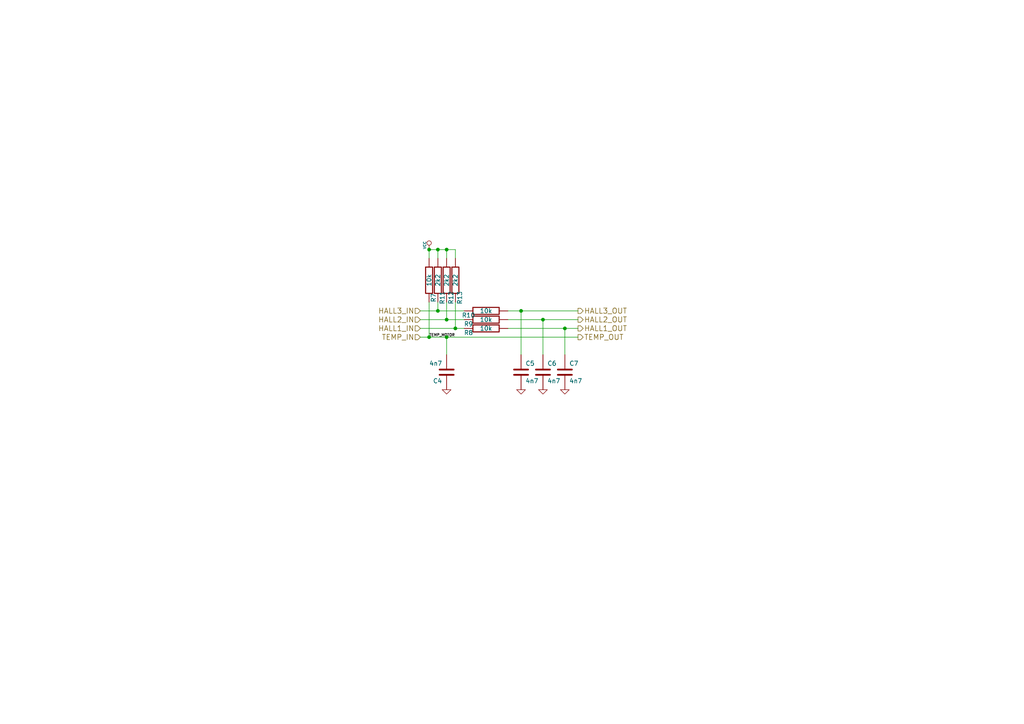
<source format=kicad_sch>
(kicad_sch (version 20231120) (generator "eeschema") (generator_version "8.0")
  (paper "A4")
  (title_block (title "BLDC Driver 4.11") (date "21 aug 2015") (rev "4.12") (company "Benjamin Vedder"))
  (lib_symbols
    (symbol "BLDC_4-rescue:C-RESCUE-BLDC_4" (pin_numbers hide) (pin_names (offset 0.254))
      (property "Reference" "C" (at 0 2.54 0))
      (property "Value" "C-RESCUE-BLDC_4" (at 0.1524 -2.159 0))
      (symbol "C-RESCUE-BLDC_4_0_1"
        (polyline (pts (xy -2.032 -0.762) (xy 2.032 -0.762)) (stroke (width 0.508)))
        (polyline (pts (xy -2.032 0.762) (xy 2.032 0.762)) (stroke (width 0.508)))
      )
      (symbol "C-RESCUE-BLDC_4_1_1"
        (pin passive line (at 0 5.08 270) (length 4.318) (name "~") (number "1"))
        (pin passive line (at 0 -5.08 90) (length 4.318) (name "~") (number "2"))
      )
    )
    (symbol "BLDC_4-rescue:GND-RESCUE-BLDC_4" (power) (pin_names (offset 0))
      (symbol "GND-RESCUE-BLDC_4_0_1"
        (polyline (pts (xy -1.27 0) (xy 0 -1.27) (xy 1.27 0) (xy -1.27 0)))
      )
      (symbol "GND-RESCUE-BLDC_4_1_1"
        (pin power_in line (at 0 0 90) (length 0) hide (name "GND") (number "1"))
      )
    )
    (symbol "BLDC_4-rescue:R-RESCUE-BLDC_4" (pin_numbers hide) (pin_names (offset 0))
      (property "Reference" "R" (at 2.032 0 90))
      (property "Value" "R-RESCUE-BLDC_4" (at 0.1778 0.0254 90))
      (symbol "R-RESCUE-BLDC_4_0_1"
        (rectangle (start -1.016 3.81) (end 1.016 -3.81) (stroke (width 0.3048)))
      )
      (symbol "R-RESCUE-BLDC_4_1_1"
        (pin passive line (at 0 6.35 270) (length 2.54) (name "~") (number "1"))
        (pin passive line (at 0 -6.35 90) (length 2.54) (name "~") (number "2"))
      )
    )
    (symbol "BLDC_4-rescue:VCC" (power) (pin_names (offset 0))
      (property "Value" "VCC" (at 0 3.81 0))
      (symbol "VCC_0_1"
        (polyline (pts (xy 0 0) (xy 0 1.27)))
        (circle (center 0 1.905) (radius 0.635))
      )
      (symbol "VCC_1_1"
        (pin power_in line (at 0 0 90) (length 0) hide (name "VCC") (number "1"))
      )
    )
  )
  (junction (at 124.46 72.39))
  (junction (at 157.48 92.71))
  (junction (at 129.54 97.79))
  (junction (at 124.46 97.79))
  (junction (at 129.54 92.71))
  (junction (at 127 72.39))
  (junction (at 127 90.17))
  (junction (at 163.83 95.25))
  (junction (at 151.13 90.17))
  (junction (at 132.08 95.25))
  (junction (at 129.54 72.39))
  (wire (pts (xy 124.46 97.79) (xy 129.54 97.79)))
  (wire (pts (xy 129.54 92.71) (xy 134.62 92.71)))
  (wire (pts (xy 129.54 97.79) (xy 129.54 102.87)))
  (wire (pts (xy 129.54 72.39) (xy 132.08 72.39)))
  (wire (pts (xy 163.83 95.25) (xy 163.83 102.87)))
  (wire (pts (xy 129.54 97.79) (xy 167.64 97.79)))
  (wire (pts (xy 151.13 90.17) (xy 167.64 90.17)))
  (wire (pts (xy 132.08 72.39) (xy 132.08 74.93)))
  (wire (pts (xy 121.92 95.25) (xy 132.08 95.25)))
  (wire (pts (xy 121.92 92.71) (xy 129.54 92.71)))
  (wire (pts (xy 127 87.63) (xy 127 90.17)))
  (wire (pts (xy 129.54 72.39) (xy 129.54 74.93)))
  (wire (pts (xy 129.54 87.63) (xy 129.54 92.71)))
  (wire (pts (xy 132.08 95.25) (xy 134.62 95.25)))
  (wire (pts (xy 147.32 95.25) (xy 163.83 95.25)))
  (wire (pts (xy 132.08 87.63) (xy 132.08 95.25)))
  (wire (pts (xy 163.83 95.25) (xy 167.64 95.25)))
  (wire (pts (xy 121.92 97.79) (xy 124.46 97.79)))
  (wire (pts (xy 151.13 90.17) (xy 151.13 102.87)))
  (wire (pts (xy 147.32 92.71) (xy 157.48 92.71)))
  (wire (pts (xy 127 72.39) (xy 129.54 72.39)))
  (wire (pts (xy 127 90.17) (xy 134.62 90.17)))
  (wire (pts (xy 127 74.93) (xy 127 72.39)))
  (wire (pts (xy 157.48 92.71) (xy 157.48 102.87)))
  (wire (pts (xy 157.48 92.71) (xy 167.64 92.71)))
  (wire (pts (xy 124.46 72.39) (xy 127 72.39)))
  (wire (pts (xy 121.92 90.17) (xy 127 90.17)))
  (wire (pts (xy 147.32 90.17) (xy 151.13 90.17)))
  (wire (pts (xy 124.46 87.63) (xy 124.46 97.79)))
  (wire (pts (xy 124.46 72.39) (xy 124.46 74.93)))
  (label "TEMP_MOTOR" (at 124.46 97.79 0) (effects (font (size 0.762 0.762))))
  (hierarchical_label "HALL3_OUT" (shape output) (at 167.64 90.17 0) (effects (font (size 1.524 1.524))))
  (hierarchical_label "HALL1_IN" (shape input) (at 121.92 95.25 180) (effects (font (size 1.524 1.524))))
  (hierarchical_label "HALL2_OUT" (shape output) (at 167.64 92.71 0) (effects (font (size 1.524 1.524))))
  (hierarchical_label "HALL3_IN" (shape input) (at 121.92 90.17 180) (effects (font (size 1.524 1.524))))
  (hierarchical_label "TEMP_OUT" (shape output) (at 167.64 97.79 0) (effects (font (size 1.524 1.524))))
  (hierarchical_label "TEMP_IN" (shape input) (at 121.92 97.79 180) (effects (font (size 1.524 1.524))))
  (hierarchical_label "HALL1_OUT" (shape output) (at 167.64 95.25 0) (effects (font (size 1.524 1.524))))
  (hierarchical_label "HALL2_IN" (shape input) (at 121.92 92.71 180) (effects (font (size 1.524 1.524))))
  (symbol (lib_id "BLDC_4-rescue:R-RESCUE-BLDC_4") (at 124.46 81.28 180) (unit 1)
    (property "Reference" "R7" (at 125.73 86.36 90))
    (property "Value" "10k" (at 124.46 81.28 90))
    (property "Footprint" "CRF1:SMD-0603_r" (effects (hide yes)))
  )
  (symbol (lib_id "BLDC_4-rescue:R-RESCUE-BLDC_4") (at 140.97 95.25 90) (unit 1)
    (property "Reference" "R8" (at 135.89 96.52 90))
    (property "Value" "10k" (at 140.97 95.25 90))
    (property "Footprint" "CRF1:SMD-0603_r" (effects (hide yes)))
  )
  (symbol (lib_id "BLDC_4-rescue:R-RESCUE-BLDC_4") (at 140.97 92.71 90) (unit 1)
    (property "Reference" "R9" (at 135.89 93.98 90))
    (property "Value" "10k" (at 140.97 92.71 90))
    (property "Footprint" "CRF1:SMD-0603_r" (effects (hide yes)))
  )
  (symbol (lib_id "BLDC_4-rescue:R-RESCUE-BLDC_4") (at 140.97 90.17 90) (unit 1)
    (property "Reference" "R10" (at 135.89 91.44 90))
    (property "Value" "10k" (at 140.97 90.17 90))
    (property "Footprint" "CRF1:SMD-0603_r" (effects (hide yes)))
  )
  (symbol (lib_id "BLDC_4-rescue:C-RESCUE-BLDC_4") (at 151.13 107.95 0) (unit 1)
    (property "Reference" "C5" (at 152.4 105.41 0) (effects (justify left)))
    (property "Value" "4n7" (at 152.4 110.49 0) (effects (justify left)))
    (property "Footprint" "CRF1:SMD-0603_c" (effects (hide yes)))
  )
  (symbol (lib_id "BLDC_4-rescue:C-RESCUE-BLDC_4") (at 157.48 107.95 0) (unit 1)
    (property "Reference" "C6" (at 158.75 105.41 0) (effects (justify left)))
    (property "Value" "4n7" (at 158.75 110.49 0) (effects (justify left)))
    (property "Footprint" "CRF1:SMD-0603_c" (effects (hide yes)))
  )
  (symbol (lib_id "BLDC_4-rescue:C-RESCUE-BLDC_4") (at 163.83 107.95 0) (unit 1)
    (property "Reference" "C7" (at 165.1 105.41 0) (effects (justify left)))
    (property "Value" "4n7" (at 165.1 110.49 0) (effects (justify left)))
    (property "Footprint" "CRF1:SMD-0603_c" (effects (hide yes)))
  )
  (symbol (lib_id "BLDC_4-rescue:GND-RESCUE-BLDC_4") (at 151.13 113.03 0) (unit 1)
    (property "Reference" "#PWR030" (effects (hide yes)))
    (property "Value" "GND" (effects (hide yes)))
  )
  (symbol (lib_id "BLDC_4-rescue:R-RESCUE-BLDC_4") (at 127 81.28 180) (unit 1)
    (property "Reference" "R11" (at 128.27 86.36 90))
    (property "Value" "2k2" (at 127 81.28 90))
    (property "Footprint" "CRF1:SMD-0603_r" (effects (hide yes)))
  )
  (symbol (lib_id "BLDC_4-rescue:R-RESCUE-BLDC_4") (at 129.54 81.28 180) (unit 1)
    (property "Reference" "R12" (at 130.81 86.36 90))
    (property "Value" "2k2" (at 129.54 81.28 90))
    (property "Footprint" "CRF1:SMD-0603_r" (effects (hide yes)))
  )
  (symbol (lib_id "BLDC_4-rescue:R-RESCUE-BLDC_4") (at 132.08 81.28 180) (unit 1)
    (property "Reference" "R13" (at 133.35 86.36 90))
    (property "Value" "2k2" (at 132.08 81.28 90))
    (property "Footprint" "CRF1:SMD-0603_r" (effects (hide yes)))
  )
  (symbol (lib_id "BLDC_4-rescue:C-RESCUE-BLDC_4") (at 129.54 107.95 180) (unit 1)
    (property "Reference" "C4" (at 128.27 110.49 0) (effects (justify left)))
    (property "Value" "4n7" (at 128.27 105.41 0) (effects (justify left)))
    (property "Footprint" "CRF1:SMD-0603_c" (effects (hide yes)))
  )
  (symbol (lib_id "BLDC_4-rescue:GND-RESCUE-BLDC_4") (at 129.54 113.03 0) (unit 1)
    (property "Reference" "#PWR031" (effects (hide yes)))
    (property "Value" "GND" (effects (hide yes)))
  )
  (symbol (lib_id "BLDC_4-rescue:VCC") (at 124.46 72.39 0) (unit 1)
    (property "Reference" "#PWR032" (effects (hide yes)))
    (property "Value" "VCC" (at 123.19 71.12 90) (effects (font (size 0.762 0.762))))
  )
  (symbol (lib_id "BLDC_4-rescue:GND-RESCUE-BLDC_4") (at 157.48 113.03 0) (unit 1)
    (property "Reference" "#PWR033" (effects (hide yes)))
    (property "Value" "GND" (effects (hide yes)))
  )
  (symbol (lib_id "BLDC_4-rescue:GND-RESCUE-BLDC_4") (at 163.83 113.03 0) (unit 1)
    (property "Reference" "#PWR034" (effects (hide yes)))
    (property "Value" "GND" (effects (hide yes)))
  )
)
</source>
